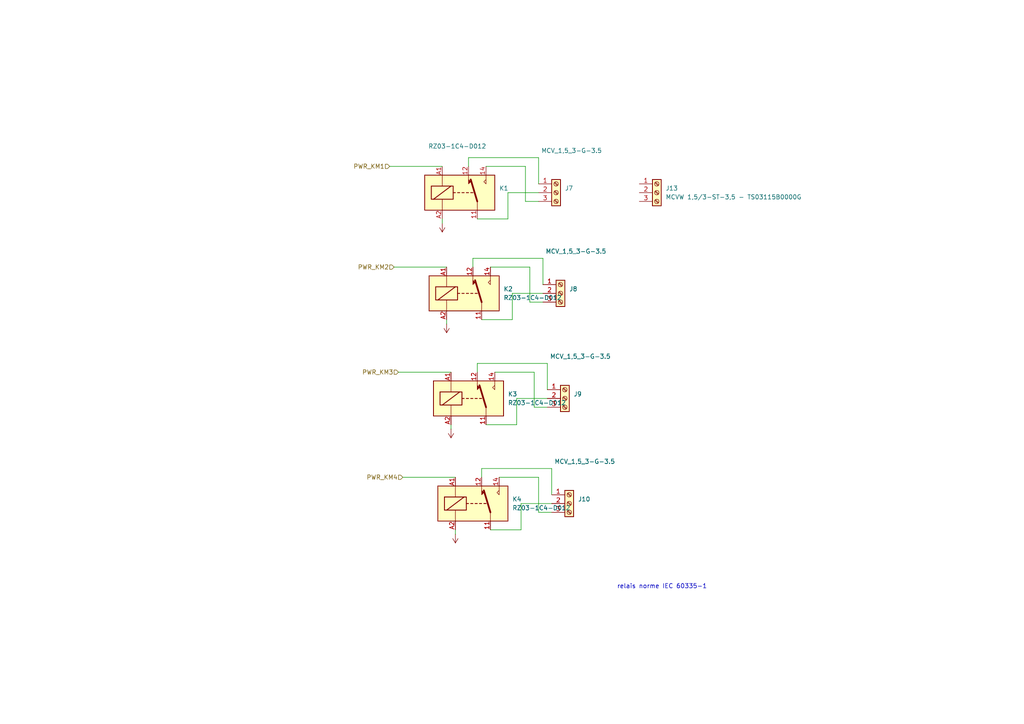
<source format=kicad_sch>
(kicad_sch (version 20250114) (generator "eeschema") (generator_version "9.0")
  (paper "A4")
  (lib_symbols
    (symbol "Connector:Screw_Terminal_01x03" (pin_names (offset 1.016) (hide yes))
      (property "Reference" "J" (at 0 5.08 0))
      (property "Value" "Screw_Terminal_01x03" (at 0 -5.08 0))
      (symbol "Screw_Terminal_01x03_1_1"
        (rectangle (start -1.27 3.81) (end 1.27 -3.81) (stroke (width 0.254)) (fill (type background)))
        (polyline (pts (xy -0.5334 2.8702) (xy 0.3302 2.032)) (stroke (width 0.1524)))
        (polyline (pts (xy -0.5334 0.3302) (xy 0.3302 -0.508)) (stroke (width 0.1524)))
        (polyline (pts (xy -0.5334 -2.2098) (xy 0.3302 -3.048)) (stroke (width 0.1524)))
        (polyline (pts (xy -0.3556 3.048) (xy 0.508 2.2098)) (stroke (width 0.1524)))
        (polyline (pts (xy -0.3556 0.508) (xy 0.508 -0.3302)) (stroke (width 0.1524)))
        (polyline (pts (xy -0.3556 -2.032) (xy 0.508 -2.8702)) (stroke (width 0.1524)))
        (circle (center 0 2.54) (radius 0.635) (stroke (width 0.1524)))
        (circle (center 0 0) (radius 0.635) (stroke (width 0.1524)))
        (circle (center 0 -2.54) (radius 0.635) (stroke (width 0.1524)))
        (pin passive line (at -5.08 2.54 0) (length 3.81) (name "Pin_1") (number "1"))
        (pin passive line (at -5.08 0 0) (length 3.81) (name "Pin_2") (number "2"))
        (pin passive line (at -5.08 -2.54 0) (length 3.81) (name "Pin_3") (number "3"))
      )
    )
    (symbol "Relay:RT314A12"
      (property "Reference" "K" (at 11.43 3.81 0))
      (property "Value" "RT314A12" (at 11.43 1.27 0))
      (symbol "RT314A12_0_0"
        (polyline (pts (xy -2.54 1.905) (xy -7.62 -1.905)) (stroke (width 0.254)))
      )
      (symbol "RT314A12_0_1"
        (rectangle (start -10.16 5.08) (end 10.16 -5.08) (stroke (width 0.254)) (fill (type background)))
        (rectangle (start -8.255 1.905) (end -1.905 -1.905) (stroke (width 0.254)))
        (polyline (pts (xy -5.08 5.08) (xy -5.08 1.905)))
        (polyline (pts (xy -5.08 -5.08) (xy -5.08 -1.905)))
        (polyline (pts (xy -1.905 0) (xy -1.27 0)) (stroke (width 0.254)))
        (polyline (pts (xy -0.635 0) (xy 0 0)) (stroke (width 0.254)))
        (polyline (pts (xy 0.635 0) (xy 1.27 0)) (stroke (width 0.254)))
        (polyline (pts (xy 1.905 0) (xy 2.54 0)) (stroke (width 0.254)))
        (polyline (pts (xy 2.54 5.08) (xy 2.54 2.54) (xy 3.175 3.175) (xy 2.54 3.81)) (fill (type outline)))
        (polyline (pts (xy 3.175 0) (xy 3.81 0)) (stroke (width 0.254)))
        (polyline (pts (xy 5.08 -2.54) (xy 3.175 3.81)) (stroke (width 0.508)))
        (polyline (pts (xy 5.08 -2.54) (xy 5.08 -5.08)))
        (polyline (pts (xy 7.62 5.08) (xy 7.62 2.54) (xy 6.985 3.175) (xy 7.62 3.81)))
      )
      (symbol "RT314A12_1_1"
        (pin passive line (at -5.08 7.62 270) (length 2.54) (name "~") (number "A1"))
        (pin passive line (at -5.08 -7.62 90) (length 2.54) (name "~") (number "A2"))
        (pin passive line (at 2.54 7.62 270) (length 2.54) (name "~") (number "12"))
        (pin passive line (at 5.08 -7.62 90) (length 2.54) (name "~") (number "11"))
        (pin passive line (at 7.62 7.62 270) (length 2.54) (name "~") (number "14"))
      )
    )
    (symbol "power:+12V" (power) (pin_numbers (hide yes)) (pin_names (offset 0) (hide yes))
      (property "Value" "+12V" (at 0 3.556 0))
      (symbol "+12V_0_1"
        (polyline (pts (xy -0.762 1.27) (xy 0 2.54)))
        (polyline (pts (xy 0 2.54) (xy 0.762 1.27)))
        (polyline (pts (xy 0 0) (xy 0 2.54)))
      )
      (symbol "+12V_1_1"
        (pin power_in line (at 0 0 90) (length 0) (name "~") (number "1"))
      )
    )
  )
  (text "relais norme IEC 60335-1" (at 192.024 170.18 0) (effects (font (size 1.27 1.27))))
  (wire (pts (xy 148.59 92.71) (xy 139.7 92.71)))
  (wire (pts (xy 114.3 77.47) (xy 129.54 77.47)))
  (wire (pts (xy 144.78 138.43) (xy 156.21 138.43)))
  (wire (pts (xy 142.24 77.47) (xy 153.67 77.47)))
  (wire (pts (xy 130.81 124.46) (xy 130.81 123.19)))
  (wire (pts (xy 148.59 85.09) (xy 148.59 92.71)))
  (wire (pts (xy 158.75 115.57) (xy 149.86 115.57)))
  (wire (pts (xy 137.16 77.47) (xy 137.16 74.93)))
  (wire (pts (xy 149.86 123.19) (xy 140.97 123.19)))
  (wire (pts (xy 152.4 48.26) (xy 152.4 58.42)))
  (wire (pts (xy 113.03 48.26) (xy 128.27 48.26)))
  (wire (pts (xy 128.27 64.77) (xy 128.27 63.5)))
  (wire (pts (xy 157.48 74.93) (xy 157.48 82.55)))
  (wire (pts (xy 158.75 105.41) (xy 158.75 113.03)))
  (wire (pts (xy 151.13 153.67) (xy 142.24 153.67)))
  (wire (pts (xy 116.84 138.43) (xy 132.08 138.43)))
  (wire (pts (xy 153.67 87.63) (xy 157.48 87.63)))
  (wire (pts (xy 115.57 107.95) (xy 130.81 107.95)))
  (wire (pts (xy 156.21 45.72) (xy 156.21 53.34)))
  (wire (pts (xy 156.21 138.43) (xy 156.21 148.59)))
  (wire (pts (xy 154.94 107.95) (xy 154.94 118.11)))
  (wire (pts (xy 160.02 135.89) (xy 160.02 143.51)))
  (wire (pts (xy 153.67 77.47) (xy 153.67 87.63)))
  (wire (pts (xy 157.48 85.09) (xy 148.59 85.09)))
  (wire (pts (xy 138.43 105.41) (xy 158.75 105.41)))
  (wire (pts (xy 143.51 107.95) (xy 154.94 107.95)))
  (wire (pts (xy 147.32 63.5) (xy 138.43 63.5)))
  (wire (pts (xy 151.13 146.05) (xy 151.13 153.67)))
  (wire (pts (xy 139.7 138.43) (xy 139.7 135.89)))
  (wire (pts (xy 149.86 115.57) (xy 149.86 123.19)))
  (wire (pts (xy 137.16 74.93) (xy 157.48 74.93)))
  (wire (pts (xy 129.54 93.98) (xy 129.54 92.71)))
  (wire (pts (xy 154.94 118.11) (xy 158.75 118.11)))
  (wire (pts (xy 147.32 55.88) (xy 147.32 63.5)))
  (wire (pts (xy 139.7 135.89) (xy 160.02 135.89)))
  (wire (pts (xy 140.97 48.26) (xy 152.4 48.26)))
  (wire (pts (xy 156.21 55.88) (xy 147.32 55.88)))
  (wire (pts (xy 160.02 146.05) (xy 151.13 146.05)))
  (wire (pts (xy 156.21 148.59) (xy 160.02 148.59)))
  (wire (pts (xy 138.43 107.95) (xy 138.43 105.41)))
  (wire (pts (xy 135.89 45.72) (xy 156.21 45.72)))
  (wire (pts (xy 135.89 48.26) (xy 135.89 45.72)))
  (wire (pts (xy 132.08 154.94) (xy 132.08 153.67)))
  (wire (pts (xy 152.4 58.42) (xy 156.21 58.42)))
  (hierarchical_label "PWR_KM1" (shape input) (at 113.03 48.26 180))
  (hierarchical_label "PWR_KM4" (shape input) (at 116.84 138.43 180))
  (hierarchical_label "PWR_KM2" (shape input) (at 114.3 77.47 180))
  (hierarchical_label "PWR_KM3" (shape input) (at 115.57 107.95 180))
  (symbol (lib_id "Connector:Screw_Terminal_01x03") (at 190.5 55.88 0) (unit 1) (exclude_from_sim yes) (in_bom no) (on_board no)
    (property "Reference" "J13" (at 193.04 54.6099 0) (effects (justify left)))
    (property "Value" "MCVW 1,5/3-ST-3,5 - TS03115B0000G" (at 193.04 57.1499 0) (effects (justify left)))
    (property "Description" "Generic screw terminal, single row, 01x03, script generated (kicad-library-utils/schlib/autogen/connector/)" (effects (hide yes)))
  )
  (symbol (lib_id "Relay:RT314A12") (at 134.62 85.09 0) (unit 1)
    (property "Reference" "K2" (at 146.05 83.8199 0) (effects (justify left)))
    (property "Value" "RZ03-1C4-D012" (at 146.05 86.3599 0) (effects (justify left)))
    (property "Footprint" "Relay_THT:Relay_SPDT_Schrack-RT1-16A-FormC_RM5mm" (effects (hide yes)))
    (property "Datasheet" "https://www.tme.eu/Document/33946480a58e015e31a007188c0d0098/RZ_SERIES.PDF" (effects (hide yes)))
    (property "Description" "Schrack RT1 relay, bistable single pole dual throw, single DC coil, 12V" (effects (hide yes)))
  )
  (symbol (lib_id "power:+12V") (at 129.54 93.98 180) (unit 1)
    (property "Reference" "#PWR040" (effects (hide yes)))
    (property "Value" "+12V" (effects (hide yes)))
    (property "Description" "Power symbol creates a global label with name \"+12V\"" (effects (hide yes)))
  )
  (symbol (lib_id "Relay:RT314A12") (at 137.16 146.05 0) (unit 1)
    (property "Reference" "K4" (at 148.59 144.7799 0) (effects (justify left)))
    (property "Value" "RZ03-1C4-D012" (at 148.59 147.3199 0) (effects (justify left)))
    (property "Footprint" "Relay_THT:Relay_SPDT_Schrack-RT1-16A-FormC_RM5mm" (effects (hide yes)))
    (property "Datasheet" "https://www.tme.eu/Document/33946480a58e015e31a007188c0d0098/RZ_SERIES.PDF" (effects (hide yes)))
    (property "Description" "Schrack RT1 relay, bistable single pole dual throw, single DC coil, 12V" (effects (hide yes)))
  )
  (symbol (lib_id "power:+12V") (at 132.08 154.94 180) (unit 1)
    (property "Reference" "#PWR042" (effects (hide yes)))
    (property "Value" "+12V" (effects (hide yes)))
    (property "Description" "Power symbol creates a global label with name \"+12V\"" (effects (hide yes)))
  )
  (symbol (lib_id "power:+12V") (at 130.81 124.46 180) (unit 1)
    (property "Reference" "#PWR041" (effects (hide yes)))
    (property "Value" "+12V" (effects (hide yes)))
    (property "Description" "Power symbol creates a global label with name \"+12V\"" (effects (hide yes)))
  )
  (symbol (lib_id "Relay:RT314A12") (at 135.89 115.57 0) (unit 1)
    (property "Reference" "K3" (at 147.32 114.2999 0) (effects (justify left)))
    (property "Value" "RZ03-1C4-D012" (at 147.32 116.8399 0) (effects (justify left)))
    (property "Footprint" "Relay_THT:Relay_SPDT_Schrack-RT1-16A-FormC_RM5mm" (effects (hide yes)))
    (property "Datasheet" "https://www.tme.eu/Document/33946480a58e015e31a007188c0d0098/RZ_SERIES.PDF" (effects (hide yes)))
    (property "Description" "Schrack RT1 relay, bistable single pole dual throw, single DC coil, 12V" (effects (hide yes)))
  )
  (symbol (lib_id "Connector:Screw_Terminal_01x03") (at 165.1 146.05 0) (unit 1)
    (property "Reference" "J10" (at 167.64 144.7799 0) (effects (justify left)))
    (property "Value" "MCV_1,5_3-G-3.5" (at 160.782 133.858 0) (effects (justify left)))
    (property "Footprint" "Connector_Phoenix_MC:PhoenixContact_MCV_1,5_3-G-3.5_1x03_P3.50mm_Vertical" (effects (hide yes)))
    (property "Description" "Generic screw terminal, single row, 01x03, script generated (kicad-library-utils/schlib/autogen/connector/)" (effects (hide yes)))
  )
  (symbol (lib_id "Connector:Screw_Terminal_01x03") (at 162.56 85.09 0) (unit 1)
    (property "Reference" "J8" (at 165.1 83.8199 0) (effects (justify left)))
    (property "Value" "MCV_1,5_3-G-3.5" (at 158.242 72.898 0) (effects (justify left)))
    (property "Footprint" "Connector_Phoenix_MC:PhoenixContact_MCV_1,5_3-G-3.5_1x03_P3.50mm_Vertical" (effects (hide yes)))
    (property "Description" "Generic screw terminal, single row, 01x03, script generated (kicad-library-utils/schlib/autogen/connector/)" (effects (hide yes)))
  )
  (symbol (lib_id "power:+12V") (at 128.27 64.77 180) (unit 1)
    (property "Reference" "#PWR039" (effects (hide yes)))
    (property "Value" "+12V" (effects (hide yes)))
    (property "Description" "Power symbol creates a global label with name \"+12V\"" (effects (hide yes)))
  )
  (symbol (lib_id "Connector:Screw_Terminal_01x03") (at 161.29 55.88 0) (unit 1)
    (property "Reference" "J7" (at 163.83 54.6099 0) (effects (justify left)))
    (property "Value" "MCV_1,5_3-G-3.5" (at 156.972 43.688 0) (effects (justify left)))
    (property "Footprint" "Connector_Phoenix_MC:PhoenixContact_MCV_1,5_3-G-3.5_1x03_P3.50mm_Vertical" (effects (hide yes)))
    (property "Description" "Generic screw terminal, single row, 01x03, script generated (kicad-library-utils/schlib/autogen/connector/)" (effects (hide yes)))
  )
  (symbol (lib_id "Connector:Screw_Terminal_01x03") (at 163.83 115.57 0) (unit 1)
    (property "Reference" "J9" (at 166.37 114.2999 0) (effects (justify left)))
    (property "Value" "MCV_1,5_3-G-3.5" (at 159.512 103.378 0) (effects (justify left)))
    (property "Footprint" "Connector_Phoenix_MC:PhoenixContact_MCV_1,5_3-G-3.5_1x03_P3.50mm_Vertical" (effects (hide yes)))
    (property "Description" "Generic screw terminal, single row, 01x03, script generated (kicad-library-utils/schlib/autogen/connector/)" (effects (hide yes)))
  )
  (symbol (lib_id "Relay:RT314A12") (at 133.35 55.88 0) (unit 1)
    (property "Reference" "K1" (at 144.78 54.6099 0) (effects (justify left)))
    (property "Value" "RZ03-1C4-D012" (at 124.206 42.418 0) (effects (justify left)))
    (property "Footprint" "Relay_THT:Relay_SPDT_Schrack-RT1-16A-FormC_RM5mm" (effects (hide yes)))
    (property "Datasheet" "https://www.tme.eu/Document/33946480a58e015e31a007188c0d0098/RZ_SERIES.PDF" (effects (hide yes)))
    (property "Description" "Schrack RT1 relay, bistable single pole dual throw, single DC coil, 12V" (effects (hide yes)))
  )
)
</source>
